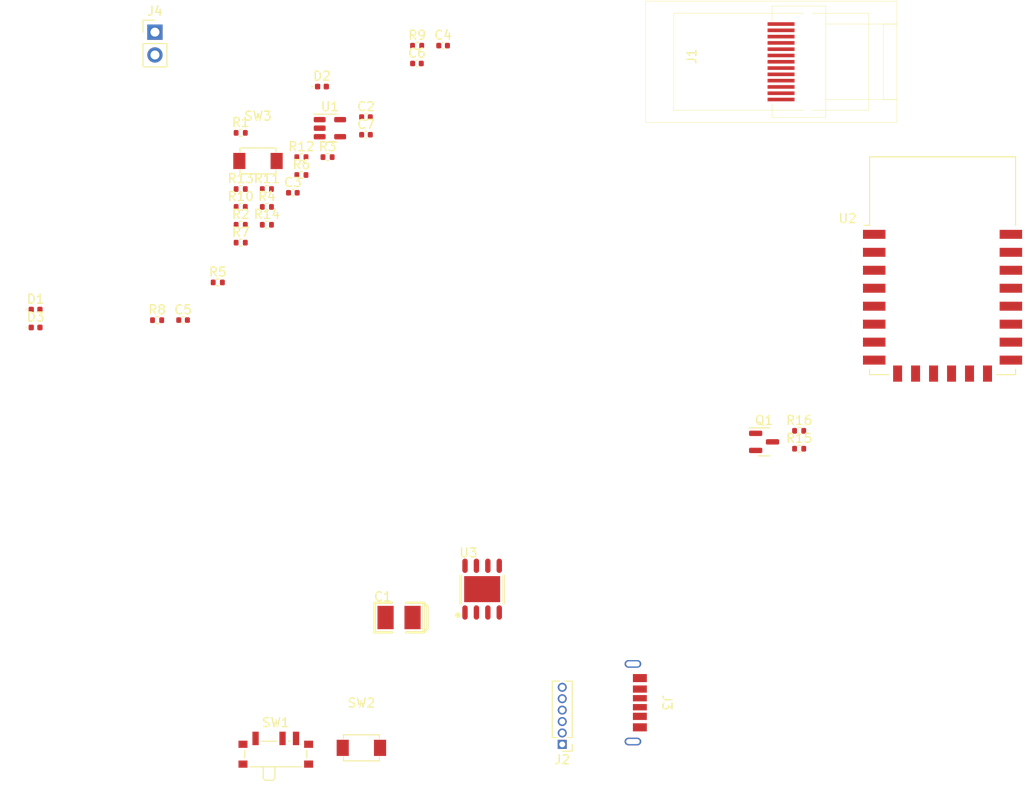
<source format=kicad_pcb>
(kicad_pcb (version 20211014) (generator pcbnew)
  (layers (0 "F.Cu" signal) (31 "B.Cu" signal) (34 "B.Paste" user) (35 "F.Paste" user) (36 "B.SilkS" user "B.Silkscreen") (37 "F.SilkS" user "F.Silkscreen") (38 "B.Mask" user) (39 "F.Mask" user) (44 "Edge.Cuts" user))
  (net 0 "")
  (net 1 "+3V3")
  (net 2 "GND")
  (net 3 "Net-(C2-Pad1)")
  (net 4 "Net-(C3-Pad1)")
  (net 5 "/nRST")
  (net 6 "Net-(C6-Pad2)")
  (net 7 "+BATT")
  (net 8 "/GPIO16")
  (net 9 "Net-(D1-Pad2)")
  (net 10 "Net-(D2-Pad1)")
  (net 11 "Net-(D2-Pad2)")
  (net 12 "Net-(D3-Pad1)")
  (net 13 "Net-(D3-Pad2)")
  (net 16 "/GPIO13")
  (net 17 "/GPIO14")
  (net 18 "/GPIO0")
  (net 19 "Net-(J1-Pad11)")
  (net 21 "/TXD")
  (net 22 "/RXD")
  (net 25 "/GPIO2")
  (net 26 "/EN")
  (net 27 "Net-(R5-Pad2)")
  (net 28 "Net-(R7-Pad2)")
  (net 29 "/GPIO15")
  (net 30 "Net-(R11-Pad1)")
  (net 31 "/ADC")
  (net 33 "/GPIO12")
  (net 40 "/GPIO4")
  (net 41 "/GPIO5")
  (net 42 "Net-(Q1-Pad1)")
  (footprint "Capacitor_SMD:C_0402_1005Metric" (layer "F.Cu") (at 78.5884 68.578)
    (fp_text reference "C3" (at 0 -1.16) (layer "F.SilkS"))
    (fp_text value "470pf")
    (fp_line (start -0.107836 -0.36) (end 0.107836 -0.36) (layer "F.SilkS") (width 0.12))
    (fp_line (start -0.107836 0.36) (end 0.107836 0.36) (layer "F.SilkS") (width 0.12))
    (pad "1" smd roundrect (at -0.48 0) (size 0.56 0.62) (layers "F.Cu" "F.Paste" "F.Mask") (net 4 "Net-(C3-Pad1)"))
    (pad "2" smd roundrect (at 0.48 0) (size 0.56 0.62) (layers "F.Cu" "F.Paste" "F.Mask") (net 2 "GND"))
  )
  (footprint "Resistor_SMD:R_0402_1005Metric" (layer "F.Cu") (at 72.7884 72.138)
    (fp_text reference "R2" (at 0 -1.17) (layer "F.SilkS"))
    (fp_text value "470")
    (fp_line (start -0.153641 -0.38) (end 0.153641 -0.38) (layer "F.SilkS") (width 0.12))
    (fp_line (start -0.153641 0.38) (end 0.153641 0.38) (layer "F.SilkS") (width 0.12))
    (pad "1" smd roundrect (at -0.51 0) (size 0.54 0.64) (layers "F.Cu" "F.Paste" "F.Mask") (net 1 "+3V3"))
    (pad "2" smd roundrect (at 0.51 0) (size 0.54 0.64) (layers "F.Cu" "F.Paste" "F.Mask") (net 9 "Net-(D1-Pad2)"))
  )
  (footprint "Resistor_SMD:R_0402_1005Metric" (layer "F.Cu") (at 75.6984 72.138)
    (fp_text reference "R14" (at 0 -1.17) (layer "F.SilkS"))
    (fp_text value "10k")
    (fp_line (start -0.153641 0.38) (end 0.153641 0.38) (layer "F.SilkS") (width 0.12))
    (fp_line (start -0.153641 -0.38) (end 0.153641 -0.38) (layer "F.SilkS") (width 0.12))
    (pad "1" smd roundrect (at -0.51 0) (size 0.54 0.64) (layers "F.Cu" "F.Paste" "F.Mask") (net 2 "GND"))
    (pad "2" smd roundrect (at 0.51 0) (size 0.54 0.64) (layers "F.Cu" "F.Paste" "F.Mask") (net 31 "/ADC"))
  )
  (footprint "Resistor_SMD:R_0402_1005Metric" (layer "F.Cu") (at 72.7884 68.158)
    (fp_text reference "R13" (at 0 -1.17) (layer "F.SilkS"))
    (fp_text value "10k")
    (fp_line (start -0.153641 -0.38) (end 0.153641 -0.38) (layer "F.SilkS") (width 0.12))
    (fp_line (start -0.153641 0.38) (end 0.153641 0.38) (layer "F.SilkS") (width 0.12))
    (pad "1" smd roundrect (at -0.51 0) (size 0.54 0.64) (layers "F.Cu" "F.Paste" "F.Mask") (net 31 "/ADC"))
    (pad "2" smd roundrect (at 0.51 0) (size 0.54 0.64) (layers "F.Cu" "F.Paste" "F.Mask") (net 7 "+BATT"))
  )
  (footprint "Resistor_SMD:R_0402_1005Metric" (layer "F.Cu") (at 72.7884 61.908)
    (fp_text reference "R1" (at 0 -1.17) (layer "F.SilkS"))
    (fp_text value "12K")
    (fp_line (start -0.153641 0.38) (end 0.153641 0.38) (layer "F.SilkS") (width 0.12))
    (fp_line (start -0.153641 -0.38) (end 0.153641 -0.38) (layer "F.SilkS") (width 0.12))
    (pad "1" smd roundrect (at -0.51 0) (size 0.54 0.64) (layers "F.Cu" "F.Paste" "F.Mask") (net 18 "/GPIO0"))
    (pad "2" smd roundrect (at 0.51 0) (size 0.54 0.64) (layers "F.Cu" "F.Paste" "F.Mask") (net 1 "+3V3"))
  )
  (footprint "Resistor_SMD:R_0402_1005Metric" (layer "F.Cu") (at 134.9 95.07)
    (fp_text reference "R16" (at 0 -1.17) (layer "F.SilkS"))
    (fp_text value "12K")
    (fp_line (start -0.153641 -0.38) (end 0.153641 -0.38) (layer "F.SilkS") (width 0.12))
    (fp_line (start -0.153641 0.38) (end 0.153641 0.38) (layer "F.SilkS") (width 0.12))
    (pad "1" smd roundrect (at -0.51 0) (size 0.54 0.64) (layers "F.Cu" "F.Paste" "F.Mask") (net 1 "+3V3"))
    (pad "2" smd roundrect (at 0.51 0) (size 0.54 0.64) (layers "F.Cu" "F.Paste" "F.Mask") (net 42 "Net-(Q1-Pad1)"))
  )
  (footprint "Connector_PinHeader_2.54mm:PinHeader_1x02_P2.54mm_Vertical" (layer "F.Cu") (at 63.25 50.7)
    (fp_text reference "J4" (at 0 -2.33) (layer "F.SilkS"))
    (fp_text value "Conn_01x02_Female")
    (fp_line (start -1.33 1.27) (end -1.33 3.87) (layer "F.SilkS") (width 0.12))
    (fp_line (start -1.33 0) (end -1.33 -1.33) (layer "F.SilkS") (width 0.12))
    (fp_line (start -1.33 1.27) (end 1.33 1.27) (layer "F.SilkS") (width 0.12))
    (fp_line (start -1.33 -1.33) (end 0 -1.33) (layer "F.SilkS") (width 0.12))
    (fp_line (start -1.33 3.87) (end 1.33 3.87) (layer "F.SilkS") (width 0.12))
    (fp_line (start 1.33 1.27) (end 1.33 3.87) (layer "F.SilkS") (width 0.12))
    (pad "1" thru_hole rect (at 0 0) (size 1.7 1.7) (drill 1) (layers *.Cu *.Mask) (net 7 "+BATT"))
    (pad "2" thru_hole oval (at 0 2.54) (size 1.7 1.7) (drill 1) (layers *.Cu *.Mask) (net 2 "GND"))
  )
  (footprint "Connector_PinHeader_1.27mm:PinHeader_1x06_P1.27mm_Vertical" (layer "F.Cu") (at 108.55 129.965 180)
    (fp_text reference "J2" (at 0 -1.695) (layer "F.SilkS"))
    (fp_text value "Conn_01x06_Female")
    (fp_line (start -1.11 0.76) (end -1.11 7.045) (layer "F.SilkS") (width 0.12))
    (fp_line (start -1.11 0) (end -1.11 -0.76) (layer "F.SilkS") (width 0.12))
    (fp_line (start -1.11 0.76) (end -0.563471 0.76) (layer "F.SilkS") (width 0.12))
    (fp_line (start 1.11 0.76) (end 1.11 7.045) (layer "F.SilkS") (width 0.12))
    (fp_line (start 0.563471 0.76) (end 1.11 0.76) (layer "F.SilkS") (width 0.12))
    (fp_line (start -1.11 -0.76) (end 0 -0.76) (layer "F.SilkS") (width 0.12))
    (fp_line (start 0.30753 7.045) (end 1.11 7.045) (layer "F.SilkS") (width 0.12))
    (fp_line (start -1.11 7.045) (end -0.30753 7.045) (layer "F.SilkS") (width 0.12))
    (pad "1" thru_hole rect (at 0 0 180) (size 1 1) (drill 0.65) (layers *.Cu *.Mask) (net 1 "+3V3"))
    (pad "2" thru_hole oval (at 0 1.27 180) (size 1 1) (drill 0.65) (layers *.Cu *.Mask) (net 2 "GND"))
    (pad "3" thru_hole oval (at 0 2.54 180) (size 1 1) (drill 0.65) (layers *.Cu *.Mask) (net 5 "/nRST"))
    (pad "4" thru_hole oval (at 0 3.81 180) (size 1 1) (drill 0.65) (layers *.Cu *.Mask) (net 18 "/GPIO0"))
    (pad "5" thru_hole oval (at 0 5.08 180) (size 1 1) (drill 0.65) (layers *.Cu *.Mask) (net 21 "/TXD"))
    (pad "6" thru_hole oval (at 0 6.35 180) (size 1 1) (drill 0.65) (layers *.Cu *.Mask) (net 22 "/RXD"))
  )
  (footprint "Capacitor_SMD:C_0402_1005Metric" (layer "F.Cu") (at 95.2984 52.198)
    (fp_text reference "C4" (at 0 -1.16) (layer "F.SilkS"))
    (fp_text value "10uf")
    (fp_line (start -0.107836 0.36) (end 0.107836 0.36) (layer "F.SilkS") (width 0.12))
    (fp_line (start -0.107836 -0.36) (end 0.107836 -0.36) (layer "F.SilkS") (width 0.12))
    (pad "1" smd roundrect (at -0.48 0) (size 0.56 0.62) (layers "F.Cu" "F.Paste" "F.Mask") (net 1 "+3V3"))
    (pad "2" smd roundrect (at 0.48 0) (size 0.56 0.62) (layers "F.Cu" "F.Paste" "F.Mask") (net 2 "GND"))
  )
  (footprint "Resistor_SMD:R_0402_1005Metric" (layer "F.Cu") (at 79.5384 64.608)
    (fp_text reference "R12" (at 0 -1.17) (layer "F.SilkS"))
    (fp_text value "1k")
    (fp_line (start -0.153641 -0.38) (end 0.153641 -0.38) (layer "F.SilkS") (width 0.12))
    (fp_line (start -0.153641 0.38) (end 0.153641 0.38) (layer "F.SilkS") (width 0.12))
    (pad "1" smd roundrect (at -0.51 0) (size 0.54 0.64) (layers "F.Cu" "F.Paste" "F.Mask") (net 13 "Net-(D3-Pad2)"))
    (pad "2" smd roundrect (at 0.51 0) (size 0.54 0.64) (layers "F.Cu" "F.Paste" "F.Mask") (net 6 "Net-(C6-Pad2)"))
  )
  (footprint "Capacitor_SMD:C_0402_1005Metric" (layer "F.Cu") (at 86.7184 60.148)
    (fp_text reference "C2" (at 0 -1.16) (layer "F.SilkS"))
    (fp_text value "1uf")
    (fp_line (start -0.107836 -0.36) (end 0.107836 -0.36) (layer "F.SilkS") (width 0.12))
    (fp_line (start -0.107836 0.36) (end 0.107836 0.36) (layer "F.SilkS") (width 0.12))
    (pad "1" smd roundrect (at -0.48 0) (size 0.56 0.62) (layers "F.Cu" "F.Paste" "F.Mask") (net 3 "Net-(C2-Pad1)"))
    (pad "2" smd roundrect (at 0.48 0) (size 0.56 0.62) (layers "F.Cu" "F.Paste" "F.Mask") (net 2 "GND"))
  )
  (footprint "RF_Module:ESP-12E" (layer "F.Cu") (at 150.85 76.7)
    (fp_text reference "U2" (at -10.56 -5.26) (layer "F.SilkS"))
    (fp_text value "ESP-12E")
    (fp_line (start 8.12 -12.12) (end 8.12 -4.5) (layer "F.SilkS") (width 0.12))
    (fp_line (start 8.12 11.5) (end 8.12 12.12) (layer "F.SilkS") (width 0.12))
    (fp_line (start 8.12 12.12) (end 6 12.12) (layer "F.SilkS") (width 0.12))
    (fp_line (start -8.12 -4.5) (end -8.73 -4.5) (layer "F.SilkS") (width 0.12))
    (fp_line (start -8.12 -12.12) (end 8.12 -12.12) (layer "F.SilkS") (width 0.12))
    (fp_line (start -8.12 -4.5) (end -8.12 -12.12) (layer "F.SilkS") (width 0.12))
    (fp_line (start -6 12.12) (end -8.12 12.12) (layer "F.SilkS") (width 0.12))
    (fp_line (start -8.12 12.12) (end -8.12 11.5) (layer "F.SilkS") (width 0.12))
    (pad "1" smd rect (at -7.6 -3.5) (size 2.5 1) (layers "F.Cu" "F.Paste" "F.Mask") (net 5 "/nRST"))
    (pad "2" smd rect (at -7.6 -1.5) (size 2.5 1) (layers "F.Cu" "F.Paste" "F.Mask") (net 31 "/ADC"))
    (pad "3" smd rect (at -7.6 0.5) (size 2.5 1) (layers "F.Cu" "F.Paste" "F.Mask") (net 26 "/EN"))
    (pad "4" smd rect (at -7.6 2.5) (size 2.5 1) (layers "F.Cu" "F.Paste" "F.Mask") (net 8 "/GPIO16"))
    (pad "5" smd rect (at -7.6 4.5) (size 2.5 1) (layers "F.Cu" "F.Paste" "F.Mask") (net 17 "/GPIO14"))
    (pad "6" smd rect (at -7.6 6.5) (size 2.5 1) (layers "F.Cu" "F.Paste" "F.Mask") (net 33 "/GPIO12"))
    (pad "7" smd rect (at -7.6 8.5) (size 2.5 1) (layers "F.Cu" "F.Paste" "F.Mask") (net 16 "/GPIO13"))
    (pad "8" smd rect (at -7.6 10.5) (size 2.5 1) (layers "F.Cu" "F.Paste" "F.Mask") (net 1 "+3V3"))
    (pad "9" smd rect (at -5 12) (size 1 1.8) (layers "F.Cu" "F.Paste" "F.Mask"))
    (pad "10" smd rect (at -3 12) (size 1 1.8) (layers "F.Cu" "F.Paste" "F.Mask"))
    (pad "11" smd rect (at -1 12) (size 1 1.8) (layers "F.Cu" "F.Paste" "F.Mask"))
    (pad "12" smd rect (at 1 12) (size 1 1.8) (layers "F.Cu" "F.Paste" "F.Mask"))
    (pad "13" smd rect (at 3 12) (size 1 1.8) (layers "F.Cu" "F.Paste" "F.Mask"))
    (pad "14" smd rect (at 5 12) (size 1 1.8) (layers "F.Cu" "F.Paste" "F.Mask"))
    (pad "15" smd rect (at 7.6 10.5) (size 2.5 1) (layers "F.Cu" "F.Paste" "F.Mask") (net 2 "GND"))
    (pad "16" smd rect (at 7.6 8.5) (size 2.5 1) (layers "F.Cu" "F.Paste" "F.Mask") (net 29 "/GPIO15"))
    (pad "17" smd rect (at 7.6 6.5) (size 2.5 1) (layers "F.Cu" "F.Paste" "F.Mask") (net 25 "/GPIO2"))
    (pad "18" smd rect (at 7.6 4.5) (size 2.5 1) (layers "F.Cu" "F.Paste" "F.Mask") (net 18 "/GPIO0"))
    (pad "19" smd rect (at 7.6 2.5) (size 2.5 1) (layers "F.Cu" "F.Paste" "F.Mask") (net 40 "/GPIO4"))
    (pad "20" smd rect (at 7.6 0.5) (size 2.5 1) (layers "F.Cu" "F.Paste" "F.Mask") (net 41 "/GPIO5"))
    (pad "21" smd rect (at 7.6 -1.5) (size 2.5 1) (layers "F.Cu" "F.Paste" "F.Mask") (net 22 "/RXD"))
    (pad "22" smd rect (at 7.6 -3.5) (size 2.5 1) (layers "F.Cu" "F.Paste" "F.Mask") (net 21 "/TXD"))
  )
  (footprint "Capacitor_SMD:C_0402_1005Metric" (layer "F.Cu") (at 66.3784 82.748)
    (fp_text reference "C5" (at 0 -1.16) (layer "F.SilkS"))
    (fp_text value "470pf")
    (fp_line (start -0.107836 -0.36) (end 0.107836 -0.36) (layer "F.SilkS") (width 0.12))
    (fp_line (start -0.107836 0.36) (end 0.107836 0.36) (layer "F.SilkS") (width 0.12))
    (pad "1" smd roundrect (at -0.48 0) (size 0.56 0.62) (layers "F.Cu" "F.Paste" "F.Mask") (net 2 "GND"))
    (pad "2" smd roundrect (at 0.48 0) (size 0.56 0.62) (layers "F.Cu" "F.Paste" "F.Mask") (net 5 "/nRST"))
  )
  (footprint "Capacitor_SMD:C_0402_1005Metric" (layer "F.Cu") (at 92.3884 54.188)
    (fp_text reference "C6" (at 0 -1.16) (layer "F.SilkS"))
    (fp_text value "10uf")
    (fp_line (start -0.107836 0.36) (end 0.107836 0.36) (layer "F.SilkS") (width 0.12))
    (fp_line (start -0.107836 -0.36) (end 0.107836 -0.36) (layer "F.SilkS") (width 0.12))
    (pad "1" smd roundrect (at -0.48 0) (size 0.56 0.62) (layers "F.Cu" "F.Paste" "F.Mask") (net 2 "GND"))
    (pad "2" smd roundrect (at 0.48 0) (size 0.56 0.62) (layers "F.Cu" "F.Paste" "F.Mask") (net 6 "Net-(C6-Pad2)"))
  )
  (footprint "My-lib-footprints:Button_SMD,3x4x2mm" (layer "F.Cu") (at 86.21 130.355)
    (fp_text reference "SW2" (at 0 -5 unlocked) (layer "F.SilkS"))
    (fp_text value "SW_Push")
    (fp_line (start -2 -1.45) (end 2 -1.45) (layer "F.SilkS") (width 0.12))
    (fp_line (start 2 -1.45) (end 2 -1) (layer "F.SilkS") (width 0.12))
    (fp_line (start 2 1.45) (end -2 1.45) (layer "F.SilkS") (width 0.12))
    (fp_line (start -2 1.45) (end -2 1) (layer "F.SilkS") (width 0.12))
    (fp_line (start -2 -1) (end -2 -1.45) (layer "F.SilkS") (width 0.12))
    (fp_line (start 2 1) (end 2 1.45) (layer "F.SilkS") (width 0.12))
    (pad "1" smd rect (at -2.075 0) (size 1.35 1.8) (property pad_prop_bga) (layers "F.Cu" "F.Paste" "F.Mask") (net 27 "Net-(R5-Pad2)"))
    (pad "2" smd rect (at 2.075 0) (size 1.35 1.8) (property pad_prop_bga) (layers "F.Cu" "F.Paste" "F.Mask") (net 2 "GND"))
  )
  (footprint "Package_TO_SOT_SMD:SOT-23" (layer "F.Cu") (at 131 96.3)
    (fp_text reference "Q1" (at 0 -2.4) (layer "F.SilkS"))
    (fp_text value "S8050")
    (fp_line (start 0 1.56) (end 0.65 1.56) (layer "F.SilkS") (width 0.12))
    (fp_line (start 0 1.56) (end -0.65 1.56) (layer "F.SilkS") (width 0.12))
    (fp_line (start 0 -1.56) (end 0.65 -1.56) (layer "F.SilkS") (width 0.12))
    (fp_line (start 0 -1.56) (end -1.675 -1.56) (layer "F.SilkS") (width 0.12))
    (pad "1" smd roundrect (at -0.9375 -0.95) (size 1.475 0.6) (layers "F.Cu" "F.Paste" "F.Mask") (net 42 "Net-(Q1-Pad1)"))
    (pad "2" smd roundrect (at -0.9375 0.95) (size 1.475 0.6) (layers "F.Cu" "F.Paste" "F.Mask") (net 2 "GND"))
    (pad "3" smd roundrect (at 0.9375 0) (size 1.475 0.6) (layers "F.Cu" "F.Paste" "F.Mask") (net 19 "Net-(J1-Pad11)"))
  )
  (footprint "LED_SMD:LED_0402_1005Metric" (layer "F.Cu") (at 49.9734 83.568)
    (fp_text reference "D3" (at 0 -1.17) (layer "F.SilkS"))
    (fp_text value "led-green")
    (fp_circle (center -1.09 0) (end -1.04 0) (layer "F.SilkS") (width 0.1) (fill none))
    (pad "1" smd roundrect (at -0.485 0) (size 0.59 0.64) (layers "F.Cu" "F.Paste" "F.Mask") (net 12 "Net-(D3-Pad1)"))
    (pad "2" smd roundrect (at 0.485 0) (size 0.59 0.64) (layers "F.Cu" "F.Paste" "F.Mask") (net 13 "Net-(D3-Pad2)"))
  )
  (footprint "Package_TO_SOT_SMD:SOT-23-5" (layer "F.Cu") (at 82.7084 61.388)
    (fp_text reference "U1" (at 0 -2.4) (layer "F.SilkS"))
    (fp_text value "SPX3819M5-L-3-3")
    (fp_line (start 0 -1.56) (end -1.8 -1.56) (layer "F.SilkS") (width 0.12))
    (fp_line (start 0 -1.56) (end 0.8 -1.56) (layer "F.SilkS") (width 0.12))
    (fp_line (start 0 1.56) (end 0.8 1.56) (layer "F.SilkS") (width 0.12))
    (fp_line (start 0 1.56) (end -0.8 1.56) (layer "F.SilkS") (width 0.12))
    (pad "1" smd roundrect (at -1.1375 -0.95) (size 1.325 0.6) (layers "F.Cu" "F.Paste" "F.Mask") (net 7 "+BATT"))
    (pad "2" smd roundrect (at -1.1375 0) (size 1.325 0.6) (layers "F.Cu" "F.Paste" "F.Mask") (net 2 "GND"))
    (pad "3" smd roundrect (at -1.1375 0.95) (size 1.325 0.6) (layers "F.Cu" "F.Paste" "F.Mask") (net 3 "Net-(C2-Pad1)"))
    (pad "4" smd roundrect (at 1.1375 0.95) (size 1.325 0.6) (layers "F.Cu" "F.Paste" "F.Mask") (net 4 "Net-(C3-Pad1)"))
    (pad "5" smd roundrect (at 1.1375 -0.95) (size 1.325 0.6) (layers "F.Cu" "F.Paste" "F.Mask") (net 1 "+3V3"))
  )
  (footprint "Resistor_SMD:R_0402_1005Metric" (layer "F.Cu") (at 92.4084 52.208)
    (fp_text reference "R9" (at 0 -1.17) (layer "F.SilkS"))
    (fp_text value "12K")
    (fp_line (start -0.153641 -0.38) (end 0.153641 -0.38) (layer "F.SilkS") (width 0.12))
    (fp_line (start -0.153641 0.38) (end 0.153641 0.38) (layer "F.SilkS") (width 0.12))
    (pad "1" smd roundrect (at -0.51 0) (size 0.54 0.64) (layers "F.Cu" "F.Paste" "F.Mask") (net 29 "/GPIO15"))
    (pad "2" smd roundrect (at 0.51 0) (size 0.54 0.64) (layers "F.Cu" "F.Paste" "F.Mask") (net 2 "GND"))
  )
  (footprint "Button_Switch_SMD:SW_SPDT_PCM12" (layer "F.Cu") (at 76.69 130.735)
    (fp_text reference "SW1" (at 0 -3.2) (layer "F.SilkS"))
    (fp_text value "SW_DPDT_x2")
    (fp_line (start -2.85 1.73) (end 2.85 1.73) (layer "F.SilkS") (width 0.12))
    (fp_line (start 1.4 -1.12) (end 1.6 -1.12) (layer "F.SilkS") (width 0.12))
    (fp_line (start -1.2 3.23) (end -0.3 3.23) (layer "F.SilkS") (width 0.12))
    (fp_line (start -0.1 3.02) (end -0.1 1.73) (layer "F.SilkS") (width 0.12))
    (fp_line (start 3.45 0.72) (end 3.45 -0.07) (layer "F.SilkS") (width 0.12))
    (fp_line (start -0.1 3.02) (end -0.3 3.23) (layer "F.SilkS") (width 0.12))
    (fp_line (start -1.4 3.02) (end -1.2 3.23) (layer "F.SilkS") (width 0.12))
    (fp_line (start -3.45 -0.07) (end -3.45 0.72) (layer "F.SilkS") (width 0.12))
    (fp_line (start -1.6 -1.12) (end 0.1 -1.12) (layer "F.SilkS") (width 0.12))
    (fp_line (start -1.4 1.73) (end -1.4 3.02) (layer "F.SilkS") (width 0.12))
    (pad "" smd rect (at 3.65 -0.78) (size 1 0.8) (layers "F.Cu" "F.Paste" "F.Mask"))
    (pad "" np_thru_hole circle (at -1.5 0.33) (size 0.9 0.9) (drill 0.9) (layers *.Cu *.Mask))
    (pad "" smd rect (at 3.65 1.43) (size 1 0.8) (layers "F.Cu" "F.Paste" "F.Mask"))
    (pad "" smd rect (at -3.65 -0.78) (size 1 0.8) (layers "F.Cu" "F.Paste" "F.Mask"))
    (pad "" smd rect (at -3.65 1.43) (size 1 0.8) (layers "F.Cu" "F.Paste" "F.Mask"))
    (pad "" np_thru_hole circle (at 1.5 0.33) (size 0.9 0.9) (drill 0.9) (layers *.Cu *.Mask))
    (pad "1" smd rect (at -2.25 -1.43) (size 0.7 1.5) (layers "F.Cu" "F.Paste" "F.Mask") (net 7 "+BATT"))
    (pad "2" smd rect (at 0.75 -1.43) (size 0.7 1.5) (layers "F.Cu" "F.Paste" "F.Mask") (net 3 "Net-(C2-Pad1)"))
    (pad "3" smd rect (at 2.25 -1.43) (size 0.7 1.5) (layers "F.Cu" "F.Paste" "F.Mask"))
  )
  (footprint "Resistor_SMD:R_0402_1005Metric" (layer "F.Cu") (at 63.4884 82.758)
    (fp_text reference "R8" (at 0 -1.17) (layer "F.SilkS"))
    (fp_text value "12K")
    (fp_line (start -0.153641 -0.38) (end 0.153641 -0.38) (layer "F.SilkS") (width 0.12))
    (fp_line (start -0.153641 0.38) (end 0.153641 0.38) (layer "F.SilkS") (width 0.12))
    (pad "1" smd roundrect (at -0.51 0) (size 0.54 0.64) (layers "F.Cu" "F.Paste" "F.Mask") (net 5 "/nRST"))
    (pad "2" smd roundrect (at 0.51 0) (size 0.54 0.64) (layers "F.Cu" "F.Paste" "F.Mask") (net 1 "+3V3"))
  )
  (footprint "Resistor_SMD:R_0402_1005Metric" (layer "F.Cu") (at 82.4484 64.608)
    (fp_text reference "R3" (at 0 -1.17) (layer "F.SilkS"))
    (fp_text value "12K")
    (fp_line (start -0.153641 -0.38) (end 0.153641 -0.38) (layer "F.SilkS") (width 0.12))
    (fp_line (start -0.153641 0.38) (end 0.153641 0.38) (layer "F.SilkS") (width 0.12))
    (pad "1" smd roundrect (at -0.51 0) (size 0.54 0.64) (layers "F.Cu" "F.Paste" "F.Mask") (net 25 "/GPIO2"))
    (pad "2" smd roundrect (at 0.51 0) (size 0.54 0.64) (layers "F.Cu" "F.Paste" "F.Mask") (net 1 "+3V3"))
  )
  (footprint "My-lib-footprints:Button_SMD,3x4x2mm" (layer "F.Cu") (at 74.7084 65.038)
    (fp_text reference "SW3" (at 0 -5 unlocked) (layer "F.SilkS"))
    (fp_text value "SW_Push")
    (fp_line (start -2 1.45) (end -2 1) (layer "F.SilkS") (width 0.12))
    (fp_line (start -2 -1) (end -2 -1.45) (layer "F.SilkS") (width 0.12))
    (fp_line (start 2 1.45) (end -2 1.45) (layer "F.SilkS") (width 0.12))
    (fp_line (start -2 -1.45) (end 2 -1.45) (layer "F.SilkS") (width 0.12))
    (fp_line (start 2 -1.45) (end 2 -1) (layer "F.SilkS") (width 0.12))
    (fp_line (start 2 1) (end 2 1.45) (layer "F.SilkS") (width 0.12))
    (pad "1" smd rect (at -2.075 0) (size 1.35 1.8) (property pad_prop_bga) (layers "F.Cu" "F.Paste" "F.Mask") (net 28 "Net-(R7-Pad2)"))
    (pad "2" smd rect (at 2.075 0) (size 1.35 1.8) (property pad_prop_bga) (layers "F.Cu" "F.Paste" "F.Mask") (net 2 "GND"))
  )
  (footprint "Resistor_SMD:R_0402_1005Metric" (layer "F.Cu") (at 75.6984 68.158)
    (fp_text reference "R11" (at 0 -1.17) (layer "F.SilkS"))
    (fp_text value "2K")
    (fp_line (start -0.153641 0.38) (end 0.153641 0.38) (layer "F.SilkS") (width 0.12))
    (fp_line (start -0.153641 -0.38) (end 0.153641 -0.38) (layer "F.SilkS") (width 0.12))
    (pad "1" smd roundrect (at -0.51 0) (size 0.54 0.64) (layers "F.Cu" "F.Paste" "F.Mask") (net 30 "Net-(R11-Pad1)"))
    (pad "2" smd roundrect (at 0.51 0) (size 0.54 0.64) (layers "F.Cu" "F.Paste" "F.Mask") (net 2 "GND"))
  )
  (footprint "My-lib-footprints:TFT_0.96_13_front" (layer "F.Cu") (at 145.7675 60.7475 90)
    (fp_text reference "J1" (at 7.36 -22.81 90 unlocked) (layer "F.SilkS"))
    (fp_text value "TFT_0.96_13")
    (fp_line (start 12.95 -7.9) (end 12.95 -13.88) (layer "F.SilkS") (width 0.05))
    (fp_line (start 2.55 -1.5) (end 10.95 -1.5) (layer "F.SilkS") (width 0.05))
    (fp_line (start 12.95 -13.88) (end 11.2 -13.88) (layer "F.SilkS") (width 0.05))
    (fp_line (start 0.55 -7.9) (end 12.95 -7.9) (layer "F.SilkS") (width 0.05))
    (fp_line (start 2.55 -1.5) (end 2.55 0) (layer "F.SilkS") (width 0.05))
    (fp_line (start 2.55 0) (end 2.55 -7.9) (layer "F.SilkS") (width 0.05))
    (fp_line (start 10.95 -1.5) (end 10.95 0) (layer "F.SilkS") (width 0.05))
    (fp_line (start 0.55 -13.88) (end 0.55 -7.9) (layer "F.SilkS") (width 0.05))
    (fp_line (start 0.55 -13.88) (end 2 -13.88) (layer "F.SilkS") (width 0.05))
    (fp_line (start 10.95 0) (end 10.95 -7.9) (layer "F.SilkS") (width 0.05))
    (fp_rect (start 1.35 -3.125) (end 12.15 -24.825) (layer "F.SilkS") (width 0.05) (fill none))
    (fp_rect (start 13.5 0) (end 0 -27.95) (layer "F.SilkS") (width 0.05) (fill none))
    (pad "" np_thru_hole circle (at 11.95 -9.88 270) (size 1 1) (drill 1) (layers F&B.Cu *.Mask))
    (pad "" np_thru_hole circle (at 1.55 -9.88 270) (size 1 1) (drill 1) (layers F&B.Cu *.Mask))
    (pad "1" smd rect (at 10.95 -12.88 270) (size 0.4 3) (layers "F.Cu" "F.Paste" "F.Mask"))
    (pad "2" smd rect (at 10.25 -12.88 270) (size 0.4 3) (layers "F.Cu" "F.Paste" "F.Mask"))
    (pad "3" smd rect (at 9.55 -12.88 270) (size 0.4 3) (layers "F.Cu" "F.Paste" "F.Mask") (net 16 "/GPIO13"))
    (pad "4" smd rect (at 8.85 -12.88 270) (size 0.4 3) (layers "F.Cu" "F.Paste" "F.Mask") (net 17 "/GPIO14"))
    (pad "5" smd rect (at 8.15 -12.88 270) (size 0.4 3) (layers "F.Cu" "F.Paste" "F.Mask") (net 18 "/GPIO0"))
    (pad "6" smd rect (at 7.45 -12.88 270) (size 0.4 3) (layers "F.Cu" "F.Paste" "F.Mask") (net 25 "/GPIO2"))
    (pad "7" smd rect (at 6.75 -12.88 270) (size 0.4 3) (layers "F.Cu" "F.Paste" "F.Mask") (net 2 "GND"))
    (pad "8" smd rect (at 6.05 -12.88 270) (size 0.4 3) (layers "F.Cu" "F.Paste" "F.Mask") (net 2 "GND"))
    (pad "9" smd rect (at 5.35 -12.88 270) (size 0.4 3) (layers "F.Cu" "F.Paste" "F.Mask"))
    (pad "10" smd rect (at 4.65 -12.88 270) (size 0.4 3) (layers "F.Cu" "F.Paste" "F.Mask") (net 1 "+3V3"))
    (pad "11" smd rect (at 3.95 -12.88 270) (size 0.4 3) (layers "F.Cu" "F.Paste" "F.Mask") (net 19 "Net-(J1-Pad11)"))
    (pad "12" smd rect (at 3.25 -12.88 270) (size 0.4 3) (layers "F.Cu" "F.Paste" "F.Mask") (net 1 "+3V3"))
    (pad "13" smd rect (at 2.55 -12.88 270) (size 0.4 3) (layers "F.Cu" "F.Paste" "F.Mask") (net 2 "GND"))
  )
  (footprint "Resistor_SMD:R_0402_1005Metric" (layer "F.Cu") (at 72.7884 74.128)
    (fp_text reference "R7" (at 0 -1.17) (layer "F.SilkS"))
    (fp_text value "470")
    (fp_line (start -0.153641 0.38) (end 0.153641 0.38) (layer "F.SilkS") (width 0.12))
    (fp_line (start -0.153641 -0.38) (end 0.153641 -0.38) (layer "F.SilkS") (width 0.12))
    (pad "1" smd roundrect (at -0.51 0) (size 0.54 0.64) (layers "F.Cu" "F.Paste" "F.Mask") (net 18 "/GPIO0"))
    (pad "2" smd roundrect (at 0.51 0) (size 0.54 0.64) (layers "F.Cu" "F.Paste" "F.Mask") (net 28 "Net-(R7-Pad2)"))
  )
  (footprint "LED_SMD:LED_0402_1005Metric" (layer "F.Cu") (at 81.8234 56.758)
    (fp_text reference "D2" (at 0 -1.17) (layer "F.SilkS"))
    (fp_text value "led-red")
    (fp_circle (center -1.09 0) (end -1.04 0) (layer "F.SilkS") (width 0.1) (fill none))
    (pad "1" smd roundrect (at -0.485 0) (size 0.59 0.64) (layers "F.Cu" "F.Paste" "F.Mask") (net 10 "Net-(D2-Pad1)"))
    (pad "2" smd roundrect (at 0.485 0) (size 0.59 0.64) (layers "F.Cu" "F.Paste" "F.Mask") (net 11 "Net-(D2-Pad2)"))
  )
  (footprint "lc_lib:SOP-8_EP_150MIL" (layer "F.Cu") (at 99.64 112.69)
    (fp_text reference "U3" (at -1.523619 -4.050876) (layer "F.SilkS"))
    (fp_text value "TP4056_[C16581]")
    (fp_line (start -2.4 1.6) (end -2.4 -1.5) (layer "F.SilkS") (width 0.254))
    (fp_line (start 2.4 1.6) (end 2.4 -1.5) (layer "F.SilkS") (width 0.254))
    (fp_circle (center -2.7 2.9) (end -2.55 2.9) (layer "F.SilkS") (width 0.3) (fill none))
    (pad "0" smd rect locked (at 0 0 180) (size 4 2.9) (layers "F.Cu" "F.Paste" "F.Mask"))
    (pad "1" smd oval locked (at -1.905 2.6 180) (size 0.6 1.6) (layers "F.Cu" "F.Paste" "F.Mask") (net 2 "GND"))
    (pad "2" smd oval locked (at -0.635 2.6 180) (size 0.6 1.6) (layers "F.Cu" "F.Paste" "F.Mask") (net 30 "Net-(R11-Pad1)"))
    (pad "3" smd oval locked (at 0.635 2.6 180) (size 0.6 1.6) (layers "F.Cu" "F.Paste" "F.Mask") (net 2 "GND"))
    (pad "4" smd oval locked (at 1.905 2.6 180) (size 0.6 1.6) (layers "F.Cu" "F.Paste" "F.Mask") (net 6 "Net-(C6-Pad2)"))
    (pad "5" smd oval locked (at 1.905 -2.6 180) (size 0.6 1.6) (layers "F.Cu" "F.Paste" "F.Mask") (net 7 "+BATT"))
    (pad "6" smd oval locked (at 0.635 -2.6 180) (size 0.6 1.6) (layers "F.Cu" "F.Paste" "F.Mask") (net 12 "Net-(D3-Pad1)"))
    (pad "7" smd oval locked (at -0.635 -2.6 180) (size 0.6 1.6) (layers "F.Cu" "F.Paste" "F.Mask") (net 10 "Net-(D2-Pad1)"))
    (pad "8" smd oval locked (at -1.905 -2.6 180) (size 0.6 1.6) (layers "F.Cu" "F.Paste" "F.Mask") (net 6 "Net-(C6-Pad2)"))
  )
  (footprint "Resistor_SMD:R_0402_1005Metric" (layer "F.Cu") (at 134.9 97.06)
    (fp_text reference "R15" (at 0 -1.17) (layer "F.SilkS"))
    (fp_text value "1K")
    (fp_line (start -0.153641 -0.38) (end 0.153641 -0.38) (layer "F.SilkS") (width 0.12))
    (fp_line (start -0.153641 0.38) (end 0.153641 0.38) (layer "F.SilkS") (width 0.12))
    (pad "1" smd roundrect (at -0.51 0) (size 0.54 0.64) (layers "F.Cu" "F.Paste" "F.Mask") (net 41 "/GPIO5"))
    (pad "2" smd roundrect (at 0.51 0) (size 0.54 0.64) (layers "F.Cu" "F.Paste" "F.Mask") (net 42 "Net-(Q1-Pad1)"))
  )
  (footprint "Capacitor_SMD:C_0402_1005Metric" (layer "F.Cu") (at 86.7184 62.118)
    (fp_text reference "C7" (at 0 -1.16) (layer "F.SilkS"))
    (fp_text value "10uf")
    (fp_line (start -0.107836 0.36) (end 0.107836 0.36) (layer "F.SilkS") (width 0.12))
    (fp_line (start -0.107836 -0.36) (end 0.107836 -0.36) (layer "F.SilkS") (width 0.12))
    (pad "1" smd roundrect (at -0.48 0) (size 0.56 0.62) (layers "F.Cu" "F.Paste" "F.Mask") (net 7 "+BATT"))
    (pad "2" smd roundrect (at 0.48 0) (size 0.56 0.62) (layers "F.Cu" "F.Paste" "F.Mask") (net 2 "GND"))
  )
  (footprint "Resistor_SMD:R_0402_1005Metric" (layer "F.Cu") (at 79.5384 66.598)
    (fp_text reference "R6" (at 0 -1.17) (layer "F.SilkS"))
    (fp_text value "470")
    (fp_line (start -0.153641 -0.38) (end 0.153641 -0.38) (layer "F.SilkS") (width 0.12))
    (fp_line (start -0.153641 0.38) (end 0.153641 0.38) (layer "F.SilkS") (width 0.12))
    (pad "1" smd roundrect (at -0.51 0) (size 0.54 0.64) (layers "F.Cu" "F.Paste" "F.Mask") (net 5 "/nRST"))
    (pad "2" smd roundrect (at 0.51 0) (size 0.54 0.64) (layers "F.Cu" "F.Paste" "F.Mask") (net 27 "Net-(R5-Pad2)"))
  )
  (footprint "Resistor_SMD:R_0402_1005Metric" (layer "F.Cu") (at 72.7884 70.148)
    (fp_text reference "R10" (at 0 -1.17) (layer "F.SilkS"))
    (fp_text value "1k")
    (fp_line (start -0.153641 0.38) (end 0.153641 0.38) (layer "F.SilkS") (width 0.12))
    (fp_line (start -0.153641 -0.38) (end 0.153641 -0.38) (layer "F.SilkS") (width 0.12))
    (pad "1" smd roundrect (at -0.51 0) (size 0.54 0.64) (layers "F.Cu" "F.Paste" "F.Mask") (net 11 "Net-(D2-Pad2)"))
    (pad "2" smd roundrect (at 0.51 0) (size 0.54 0.64) (layers "F.Cu" "F.Paste" "F.Mask") (net 6 "Net-(C6-Pad2)"))
  )
  (footprint "My-lib-footprints:USB_C_6pin" (layer "F.Cu") (at 116.41 125.33 -90)
    (fp_text reference "J3" (at 0 -3.8 -90 unlocked) (layer "F.SilkS"))
    (fp_text value "USB_C_6pin")
    (pad "A5" smd rect (at -0.5 -0.775 90) (size 0.7 1.55) (layers "F.Cu" "F.Paste" "F.Mask"))
    (pad "A9" smd rect (at 1.52 -0.775 90) (size 0.8 1.55) (layers "F.Cu" "F.Paste" "F.Mask") (net 6 "Net-(C6-Pad2)"))
    (pad "A12" smd rect (at 2.74 -0.775 90) (size 0.9 1.55) (layers "F.Cu" "F.Paste" "F.Mask") (net 2 "GND"))
    (pad "B5" smd rect (at 0.5 -0.775 90) (size 0.7 1.55) (layers "F.Cu" "F.Paste" "F.Mask"))
    (pad "B9" smd rect (at -1.52 -0.775 90) (size 0.8 1.55) (layers "F.Cu" "F.Paste" "F.Mask") (net 6 "Net-(C6-Pad2)"))
    (pad "B12" smd rect (at -2.74 -0.775 90) (size 0.9 1.55) (layers "F.Cu" "F.Paste" "F.Mask") (net 2 "GND"))
    (pad "S1" thru_hole oval (at -4.32 0 90) (size 0.85 1.85) (drill oval 0.55 1.5) (layers *.Cu *.Mask) (net 2 "GND"))
    (pad "S1" thru_hole oval (at 4.32 0 90) (size 0.85 1.85) (drill oval 0.55 1.5) (layers *.Cu *.Mask) (net 2 "GND"))
  )
  (footprint "LED_SMD:LED_0402_1005Metric" (layer "F.Cu") (at 49.9734 81.578)
    (fp_text reference "D1" (at 0 -1.17) (layer "F.SilkS"))
    (fp_text value "led-white")
    (fp_circle (center -1.09 0) (end -1.04 0) (layer "F.SilkS") (width 0.1) (fill none))
    (pad "1" smd roundrect (at -0.485 0) (size 0.59 0.64) (layers "F.Cu" "F.Paste" "F.Mask") (net 8 "/GPIO16"))
    (pad "2" smd roundrect (at 0.485 0) (size 0.59 0.64) (layers "F.Cu" "F.Paste" "F.Mask") (net 9 "Net-(D1-Pad2)"))
  )
  (footprint "Resistor_SMD:R_0402_1005Metric" (layer "F.Cu") (at 70.2384 78.558)
    (fp_text reference "R5" (at 0 -1.17) (layer "F.SilkS"))
    (fp_text value "0")
    (fp_line (start -0.153641 0.38) (end 0.153641 0.38) (layer "F.SilkS") (width 0.12))
    (fp_line (start -0.153641 -0.38) (end 0.153641 -0.38) (layer "F.SilkS") (width 0.12))
    (pad "1" smd roundrect (at -0.51 0) (size 0.54 0.64) (layers "F.Cu" "F.Paste" "F.Mask") (net 8 "/GPIO16"))
    (pad "2" smd roundrect (at 0.51 0) (size 0.54 0.64) (layers "F.Cu" "F.Paste" "F.Mask") (net 27 "Net-(R5-Pad2)"))
  )
  (footprint "Resistor_SMD:R_0402_1005Metric" (layer "F.Cu") (at 75.6984 70.148)
    (fp_text reference "R4" (at 0 -1.17) (layer "F.SilkS"))
    (fp_text value "12K")
    (fp_line (start -0.153641 -0.38) (end 0.153641 -0.38) (layer "F.SilkS") (width 0.12))
    (fp_line (start -0.153641 0.38) (end 0.153641 0.38) (layer "F.SilkS") (width 0.12))
    (pad "1" smd roundrect (at -0.51 0) (size 0.54 0.64) (layers "F.Cu" "F.Paste" "F.Mask") (net 26 "/EN"))
    (pad "2" smd roundrect (at 0.51 0) (size 0.54 0.64) (layers "F.Cu" "F.Paste" "F.Mask") (net 1 "+3V3"))
  )
  (footprint "lc_lib:CASE-B_3528" (layer "F.Cu") (at 90.4 115.85)
    (fp_text reference "C1" (at -1.800219 -2.326276) (layer "F.SilkS"))
    (fp_text value "100uf")
    (fp_line (start 2.727 -1.65) (end 3.163 -1.2) (layer "F.SilkS") (width 0.254))
    (fp_line (start 0.8 -1.65) (end 2.727 -1.65) (layer "F.SilkS") (width 0.254))
    (fp_line (start 3.163 1.2) (end 3.163 -1.2) (layer "F.SilkS") (width 0.254))
    (fp_line (start -2.727 -1.65) (end -0.8 -1.65) (layer "F.SilkS") (width 0.254))
    (fp_line (start -2.727 1.65) (end -0.8 1.65) (layer "F.SilkS") (width 0.254))
    (fp_line (start -2.727 1.65) (end -2.727 -1.65) (layer "F.SilkS") (width 0.254))
    (fp_line (start 2.727 1.65) (end 3.163 1.2) (layer "F.SilkS") (width 0.254))
    (fp_line (start 2.727 1.65) (end 2.727 -1.65) (layer "F.SilkS") (width 0.254))
    (fp_line (start 0.8 1.65) (end 2.727 1.65) (layer "F.SilkS") (width 0.254))
    (pad "1" smd rect locked (at 1.5 0 180) (size 1.8 2.6) (layers "F.Cu" "F.Paste" "F.Mask") (net 1 "+3V3"))
    (pad "2" smd rect locked (at -1.5 0 180) (size 1.8 2.6) (layers "F.Cu" "F.Paste" "F.Mask") (net 2 "GND"))
  )
)
</source>
